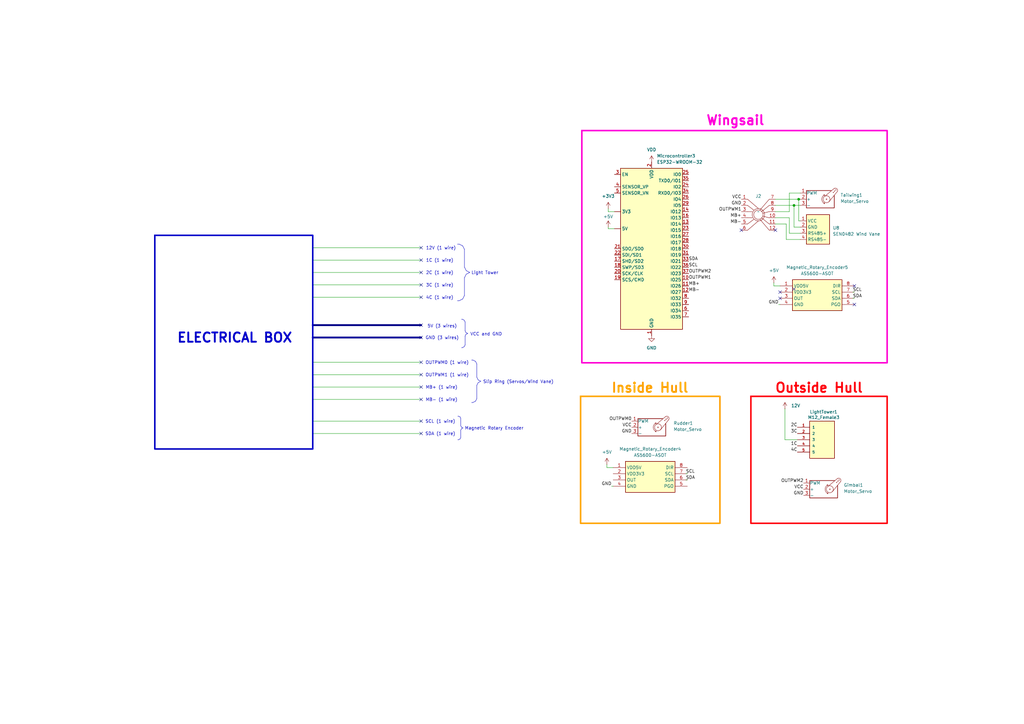
<source format=kicad_sch>
(kicad_sch (version 20250114) (generator "eeschema") (generator_version "9.0")
  (paper "A3")
  (title_block (title "Wires Going Out") (date "2025-04-02") (rev "1") (company "GT Marine Robotics Group"))
  (lib_symbols
    (symbol "AS5600-ASOT:AS5600-ASOT"
      (property "Reference" "IC" (at 26.67 7.62 0))
      (property "Value" "AS5600-ASOT" (at 26.67 5.08 0))
      (symbol "AS5600-ASOT_1_1"
        (rectangle (start 5.08 2.54) (end 25.4 -10.16) (stroke (width 0.254)) (fill (type background)))
        (pin passive line (at 0 0 0) (length 5.08) (name "VDD5V") (number "1"))
        (pin passive line (at 0 -2.54 0) (length 5.08) (name "VDD3V3") (number "2"))
        (pin passive line (at 0 -5.08 0) (length 5.08) (name "OUT") (number "3"))
        (pin passive line (at 0 -7.62 0) (length 5.08) (name "GND") (number "4"))
        (pin passive line (at 30.48 0 180) (length 5.08) (name "DIR") (number "8"))
        (pin passive line (at 30.48 -2.54 180) (length 5.08) (name "SCL") (number "7"))
        (pin passive line (at 30.48 -5.08 180) (length 5.08) (name "SDA") (number "6"))
        (pin passive line (at 30.48 -7.62 180) (length 5.08) (name "PGO") (number "5"))
      )
    )
    (symbol "CDM1204-05A-FP-F9-67:CDM1204-05A-FP-F9-67" (pin_names (offset 1.016))
      (property "Reference" "J" (at -5.072 8.382 0))
      (property "Value" "CDM1204-05A-FP-F9-67" (at -5.08 -8.382 0))
      (symbol "CDM1204-05A-FP-F9-67_0_0"
        (rectangle (start -5.08 -7.62) (end 5.08 7.62) (stroke (width 0.254)) (fill (type background)))
        (pin passive line (at -10.16 5.08 0) (length 5.08) (name "1") (number "1"))
        (pin passive line (at -10.16 2.54 0) (length 5.08) (name "2") (number "2"))
        (pin passive line (at -10.16 0 0) (length 5.08) (name "3") (number "3"))
        (pin passive line (at -10.16 -2.54 0) (length 5.08) (name "4") (number "4"))
        (pin passive line (at -10.16 -5.08 0) (length 5.08) (name "5") (number "5"))
      )
    )
    (symbol "ESP32-WROOM-32_1"
      (property "Reference" "U" (at -12.7 34.29 0))
      (property "Value" "ESP32-WROOM-32" (at 1.27 34.29 0))
      (symbol "ESP32-WROOM-32_1_0_1"
        (rectangle (start -12.7 33.02) (end 12.7 -33.02) (stroke (width 0.254)) (fill (type background)))
      )
      (symbol "ESP32-WROOM-32_1_1_1"
        (pin input line (at -15.24 30.48 0) (length 2.54) (name "EN") (number "3"))
        (pin input line (at -15.24 25.4 0) (length 2.54) (name "SENSOR_VP") (number "4"))
        (pin input line (at -15.24 22.86 0) (length 2.54) (name "SENSOR_VN") (number "5"))
        (pin power_out line (at -15.24 15.24 0) (length 2.54) (name "3V3") (number ""))
        (pin power_out line (at -15.24 8.255 0) (length 2.54) (name "5V") (number ""))
        (pin bidirectional line (at -15.24 0 0) (length 2.54) (name "SDO/SD0") (number "21"))
        (pin bidirectional line (at -15.24 -2.54 0) (length 2.54) (name "SDI/SD1") (number "22"))
        (pin bidirectional line (at -15.24 -5.08 0) (length 2.54) (name "SHD/SD2") (number "17"))
        (pin bidirectional line (at -15.24 -7.62 0) (length 2.54) (name "SWP/SD3") (number "18"))
        (pin bidirectional line (at -15.24 -10.16 0) (length 2.54) (name "SCK/CLK") (number "20"))
        (pin bidirectional line (at -15.24 -12.7 0) (length 2.54) (name "SCS/CMD") (number "19"))
        (pin no_connect line (at -12.7 -27.94 0) (length 2.54) (hide yes) (name "NC") (number "32"))
        (pin power_in line (at 0 35.56 270) (length 2.54) (name "VDD") (number "2"))
        (pin power_in line (at 0 -35.56 90) (length 2.54) (name "GND") (number "1"))
        (pin passive line (at 0 -35.56 90) (length 2.54) (hide yes) (name "GND") (number "15"))
        (pin passive line (at 0 -35.56 90) (length 2.54) (hide yes) (name "GND") (number "38"))
        (pin passive line (at 0 -35.56 90) (length 2.54) (hide yes) (name "GND") (number "39"))
        (pin bidirectional line (at 15.24 30.48 180) (length 2.54) (name "IO0") (number "25"))
        (pin bidirectional line (at 15.24 27.94 180) (length 2.54) (name "TXD0/IO1") (number "35"))
        (pin bidirectional line (at 15.24 25.4 180) (length 2.54) (name "IO2") (number "24"))
        (pin bidirectional line (at 15.24 22.86 180) (length 2.54) (name "RXD0/IO3") (number "34"))
        (pin bidirectional line (at 15.24 20.32 180) (length 2.54) (name "IO4") (number "26"))
        (pin bidirectional line (at 15.24 17.78 180) (length 2.54) (name "IO5") (number "29"))
        (pin bidirectional line (at 15.24 15.24 180) (length 2.54) (name "IO12") (number "14"))
        (pin bidirectional line (at 15.24 12.7 180) (length 2.54) (name "IO13") (number "16"))
        (pin bidirectional line (at 15.24 10.16 180) (length 2.54) (name "IO14") (number "13"))
        (pin bidirectional line (at 15.24 7.62 180) (length 2.54) (name "IO15") (number "23"))
        (pin bidirectional line (at 15.24 5.08 180) (length 2.54) (name "IO16") (number "27"))
        (pin bidirectional line (at 15.24 2.54 180) (length 2.54) (name "IO17") (number "28"))
        (pin bidirectional line (at 15.24 0 180) (length 2.54) (name "IO18") (number "30"))
        (pin bidirectional line (at 15.24 -2.54 180) (length 2.54) (name "IO19") (number "31"))
        (pin bidirectional line (at 15.24 -5.08 180) (length 2.54) (name "IO21") (number "33"))
        (pin bidirectional line (at 15.24 -7.62 180) (length 2.54) (name "IO22") (number "36"))
        (pin bidirectional line (at 15.24 -10.16 180) (length 2.54) (name "IO23") (number "37"))
        (pin bidirectional line (at 15.24 -12.7 180) (length 2.54) (name "IO25") (number "10"))
        (pin bidirectional line (at 15.24 -15.24 180) (length 2.54) (name "IO26") (number "11"))
        (pin bidirectional line (at 15.24 -17.78 180) (length 2.54) (name "IO27") (number "12"))
        (pin bidirectional line (at 15.24 -20.32 180) (length 2.54) (name "IO32") (number "8"))
        (pin bidirectional line (at 15.24 -22.86 180) (length 2.54) (name "IO33") (number "9"))
        (pin input line (at 15.24 -25.4 180) (length 2.54) (name "IO34") (number "6"))
        (pin input line (at 15.24 -27.94 180) (length 2.54) (name "IO35") (number "7"))
      )
    )
    (symbol "Microtransat:6-wire_Slip_Ring"
      (property "Reference" "J" (at 0 7.62 0))
      (symbol "6-wire_Slip_Ring_1_1"
        (polyline (pts (xy -4.445 6.35) (xy 0 2.54)))
        (polyline (pts (xy -4.445 3.81) (xy -1.905 1.905)))
        (polyline (pts (xy -4.445 1.27) (xy -2.54 1.27)))
        (polyline (pts (xy -4.445 -1.27) (xy -2.54 -1.27)))
        (polyline (pts (xy -4.445 -3.81) (xy -1.905 -1.905)))
        (polyline (pts (xy -4.445 -6.35) (xy 0 -2.54)))
        (circle (center 0 0) (radius 1.905))
        (circle (center 0 0) (radius 2.54))
        (polyline (pts (xy 4.445 6.35) (xy 0.635 1.905)))
        (polyline (pts (xy 4.445 3.81) (xy 1.27 1.27)))
        (polyline (pts (xy 4.445 1.27) (xy 1.905 0.635)))
        (polyline (pts (xy 4.445 -1.27) (xy 1.905 -0.635)))
        (polyline (pts (xy 4.445 -3.81) (xy 1.27 -1.27)))
        (polyline (pts (xy 4.445 -6.35) (xy 0.635 -1.905)))
        (pin passive line (at -6.985 6.35 0) (length 2.54) (name "") (number "1"))
        (pin passive line (at -6.985 3.81 0) (length 2.54) (name "") (number "2"))
        (pin passive line (at -6.985 1.27 0) (length 2.54) (name "") (number "3"))
        (pin passive line (at -6.985 -1.27 0) (length 2.54) (name "") (number "4"))
        (pin passive line (at -6.985 -3.81 0) (length 2.54) (name "") (number "5"))
        (pin passive line (at -6.985 -6.35 0) (length 2.54) (name "") (number "6"))
        (pin passive line (at 6.985 6.35 180) (length 2.54) (name "") (number "7"))
        (pin passive line (at 6.985 3.81 180) (length 2.54) (name "") (number "8"))
        (pin passive line (at 6.985 1.27 180) (length 2.54) (name "") (number "9"))
        (pin passive line (at 6.985 -1.27 180) (length 2.54) (name "") (number "10"))
        (pin passive line (at 6.985 -3.81 180) (length 2.54) (name "") (number "11"))
        (pin passive line (at 6.985 -6.35 180) (length 2.54) (name "") (number "12"))
      )
    )
    (symbol "Microtransat:SEN0482 Wind Vane"
      (property "Reference" "U" (at -1.905 -1.27 0))
      (property "Value" "SEN0482 Wind Vane" (at -0.635 -15.875 0))
      (symbol "SEN0482 Wind Vane_1_1"
        (rectangle (start -5.715 -2.54) (end 3.81 -14.605) (stroke (width 0.254)) (fill (type background)))
        (pin power_in line (at -8.255 -5.08 0) (length 2.54) (name "VCC") (number "1"))
        (pin power_in line (at -8.255 -7.62 0) (length 2.54) (name "GND") (number "2"))
        (pin bidirectional line (at -8.255 -10.16 0) (length 2.54) (name "RS485+") (number "3"))
        (pin bidirectional line (at -8.255 -12.7 0) (length 2.54) (name "RS485-") (number "4"))
      )
    )
    (symbol "Motor:Motor_Servo" (pin_names (offset 0.0254))
      (property "Reference" "M" (at -5.08 4.445 0))
      (property "Value" "Motor_Servo" (at -5.08 -4.064 0))
      (symbol "Motor_Servo_0_1"
        (polyline (pts (xy 2.413 1.778) (xy 1.905 1.778)))
        (polyline (pts (xy 2.413 1.778) (xy 2.286 1.397)))
        (polyline (pts (xy 2.413 -1.778) (xy 2.032 -1.778)))
        (polyline (pts (xy 2.413 -1.778) (xy 2.286 -1.397)))
        (arc (start 2.413 -1.778) (mid 1.2406 0) (end 2.413 1.778))
        (circle (center 3.175 0) (radius 0.1778))
        (circle (center 3.175 0) (radius 1.4224))
        (polyline (pts (xy 5.08 3.556) (xy -5.08 3.556) (xy -5.08 -3.556) (xy 6.35 -3.556) (xy 6.35 1.524)) (stroke (width 0.254)))
        (circle (center 5.969 2.794) (radius 0.127))
        (polyline (pts (xy 6.35 4.445) (xy 2.54 1.27)))
        (circle (center 6.477 3.302) (radius 0.127))
        (arc (start 6.35 4.445) (mid 7.4487 4.2737) (end 7.62 3.175))
        (circle (center 6.985 3.81) (radius 0.127))
        (polyline (pts (xy 7.62 3.175) (xy 4.191 -1.016)))
      )
      (symbol "Motor_Servo_1_1"
        (pin passive line (at -7.62 2.54 0) (length 2.54) (name "PWM") (number "1"))
        (pin passive line (at -7.62 0 0) (length 2.54) (name "+") (number "2"))
        (pin passive line (at -7.62 -2.54 0) (length 2.54) (name "-") (number "3"))
      )
    )
    (symbol "power:+12V" (power) (pin_numbers (hide yes)) (pin_names (offset 0) (hide yes))
      (property "Value" "+12V" (at 0 3.556 0))
      (symbol "+12V_0_1"
        (polyline (pts (xy -0.762 1.27) (xy 0 2.54)))
        (polyline (pts (xy 0 2.54) (xy 0.762 1.27)))
        (polyline (pts (xy 0 0) (xy 0 2.54)))
      )
      (symbol "+12V_1_1"
        (pin power_in line (at 0 0 90) (length 0) (name "~") (number "1"))
      )
    )
    (symbol "power:+3V3" (power) (pin_numbers (hide yes)) (pin_names (offset 0) (hide yes))
      (property "Value" "+3V3" (at 0 3.556 0))
      (symbol "+3V3_0_1"
        (polyline (pts (xy -0.762 1.27) (xy 0 2.54)))
        (polyline (pts (xy 0 2.54) (xy 0.762 1.27)))
        (polyline (pts (xy 0 0) (xy 0 2.54)))
      )
      (symbol "+3V3_1_1"
        (pin power_in line (at 0 0 90) (length 0) (name "~") (number "1"))
      )
    )
    (symbol "power:+5V" (power) (pin_numbers (hide yes)) (pin_names (offset 0) (hide yes))
      (property "Value" "+5V" (at 0 3.556 0))
      (symbol "+5V_0_1"
        (polyline (pts (xy -0.762 1.27) (xy 0 2.54)))
        (polyline (pts (xy 0 2.54) (xy 0.762 1.27)))
        (polyline (pts (xy 0 0) (xy 0 2.54)))
      )
      (symbol "+5V_1_1"
        (pin power_in line (at 0 0 90) (length 0) (name "~") (number "1"))
      )
    )
    (symbol "power:GND" (power) (pin_numbers (hide yes)) (pin_names (offset 0) (hide yes))
      (property "Value" "GND" (at 0 -3.81 0))
      (symbol "GND_0_1"
        (polyline (pts (xy 0 0) (xy 0 -1.27) (xy 1.27 -1.27) (xy 0 -2.54) (xy -1.27 -1.27) (xy 0 -1.27)))
      )
      (symbol "GND_1_1"
        (pin power_in line (at 0 0 270) (length 0) (name "~") (number "1"))
      )
    )
    (symbol "power:VDD" (power) (pin_numbers (hide yes)) (pin_names (offset 0) (hide yes))
      (property "Value" "VDD" (at 0 3.556 0))
      (symbol "VDD_0_1"
        (polyline (pts (xy -0.762 1.27) (xy 0 2.54)))
        (polyline (pts (xy 0 2.54) (xy 0.762 1.27)))
        (polyline (pts (xy 0 0) (xy 0 2.54)))
      )
      (symbol "VDD_1_1"
        (pin power_in line (at 0 0 90) (length 0) (name "~") (number "1"))
      )
    )
  )
  (rectangle (start 238.6446 53.5527) (end 363.855 148.8027) (stroke (width 0.635) (color 255 0 211 1)))
  (rectangle (start 63.5 96.52) (end 128.27 184.15) (stroke (width 0.635)))
  (rectangle (start 307.975 162.56) (end 363.855 214.63) (stroke (width 0.635) (color 255 0 8 1)))
  (rectangle (start 63.5 106.68) (end 63.5 106.68))
  (rectangle (start 238.125 162.56) (end 295.275 214.63) (stroke (width 0.635) (color 255 158 0 1)))
  (text "}" (at 190.754 136.398 0) (effects (font (size 7.62 7.62))))
  (text "5V (3 wires)" (at 181.356 133.858 0) (effects (font (size 1.27 1.27))))
  (text "Outside Hull" (at 335.915 159.258 0) (effects (font (size 3.81 3.81) (thickness 0.762) (bold yes))))
  (text "ELECTRICAL BOX" (at 96.266 138.684 0) (effects (font (size 3.81 3.81) (thickness 0.762) (bold yes))))
  (text "SDA (1 wire)" (at 180.594 178.054 0) (effects (font (size 1.27 1.27))))
  (text "GND (3 wires)" (at 181.356 138.684 0) (effects (font (size 1.27 1.27))))
  (text "4C (1 wire)\n" (at 180.34 122.174 0) (effects (font (size 1.27 1.27))))
  (text "OUTPWM0 (1 wire)" (at 183.388 148.844 0) (effects (font (size 1.27 1.27))))
  (text "Wingsail" (at 301.625 49.53 0) (effects (font (size 3.81 3.81) (thickness 0.762) (bold yes))))
  (text "VCC and GND" (at 199.39 137.16 0) (effects (font (size 1.27 1.27))))
  (text "3C (1 wire)\n" (at 180.34 117.094 0) (effects (font (size 1.27 1.27))))
  (text "MB+ (1 wire)" (at 181.102 159.004 0) (effects (font (size 1.27 1.27))))
  (text "2C (1 wire)\n" (at 180.34 112.014 0) (effects (font (size 1.27 1.27))))
  (text "MB- (1 wire)" (at 181.102 164.084 0) (effects (font (size 1.27 1.27))))
  (text "OUTPWM1 (1 wire)" (at 183.388 153.924 0) (effects (font (size 1.27 1.27))))
  (text "Magnetic Rotary Encoder\n" (at 202.692 175.768 0) (effects (font (size 1.27 1.27))))
  (text "}" (at 188.976 175.26 0) (effects (font (size 6.35 6.35))))
  (text "Inside Hull" (at 266.573 159.258 0) (effects (font (size 3.81 3.81) (thickness 0.762) (bold yes))))
  (text "SCL (1 wire)" (at 180.594 172.974 0) (effects (font (size 1.27 1.27))))
  (text "12V (1 wire)" (at 180.848 101.854 0) (effects (font (size 1.27 1.27))))
  (text "Slip Ring (Servos/Wind Vane)\n" (at 212.598 156.718 0) (effects (font (size 1.27 1.27))))
  (text "}\n" (at 195.58 155.702 0) (effects (font (size 11.43 11.43))))
  (text "Light Tower" (at 198.882 112.014 0) (effects (font (size 1.27 1.27))))
  (text "1C (1 wire)\n" (at 180.34 106.934 0) (effects (font (size 1.27 1.27))))
  (text "}" (at 190.5 110.744 0) (effects (font (size 15.24 15.24))))
  (junction (at 325.6609 84.2535))
  (junction (at 327.5659 81.7135))
  (no_connect (at 319.9459 122.3535))
  (no_connect (at 325.6609 118.5435))
  (no_connect (at 350.4259 124.8935))
  (no_connect (at 172.72 111.76))
  (no_connect (at 172.72 101.6))
  (no_connect (at 172.72 133.35))
  (no_connect (at 350.4259 117.2735))
  (no_connect (at 172.72 138.43))
  (no_connect (at 172.72 172.72))
  (no_connect (at 172.72 106.68))
  (no_connect (at 172.72 177.8))
  (no_connect (at 172.72 121.92))
  (no_connect (at 172.72 116.84))
  (no_connect (at 172.72 163.83))
  (no_connect (at 318.0409 94.4135))
  (no_connect (at 304.0709 94.4135))
  (no_connect (at 172.72 148.59))
  (no_connect (at 319.9459 119.8135))
  (no_connect (at 172.72 158.75))
  (no_connect (at 172.72 153.67))
  (wire (pts (xy 318.0409 86.7935) (xy 323.7559 86.7935)))
  (wire (pts (xy 322.4859 98.2235) (xy 328.2009 98.2235)))
  (wire (pts (xy 323.7559 95.6835) (xy 328.2009 95.6835)))
  (wire (pts (xy 248.92 191.77) (xy 251.46 191.77)))
  (wire (pts (xy 325.6609 93.1435) (xy 325.6609 84.2535)))
  (bus (pts (xy 128.27 133.35) (xy 172.72 133.35)) (stroke (width 0.762)))
  (wire (pts (xy 252.0009 93.7785) (xy 249.4609 93.7785)))
  (bus (pts (xy 128.27 138.43) (xy 172.72 138.43)) (stroke (width 0.762)))
  (wire (pts (xy 325.6609 84.2535) (xy 328.2009 84.2535)))
  (wire (pts (xy 327.5659 81.7135) (xy 327.5659 90.6035)))
  (wire (pts (xy 317.4059 116.0035) (xy 317.4059 117.2735)))
  (wire (pts (xy 128.27 177.8) (xy 172.72 177.8)))
  (wire (pts (xy 128.27 172.72) (xy 172.72 172.72)))
  (wire (pts (xy 323.7559 86.7935) (xy 323.7559 79.1735)))
  (wire (pts (xy 328.2009 93.1435) (xy 325.6609 93.1435)))
  (wire (pts (xy 128.27 153.67) (xy 172.72 153.67)))
  (wire (pts (xy 317.4059 117.2735) (xy 319.9459 117.2735)))
  (wire (pts (xy 249.4609 93.7785) (xy 249.4609 93.1435)))
  (wire (pts (xy 128.27 111.76) (xy 172.72 111.76)))
  (wire (pts (xy 321.945 180.34) (xy 327.025 180.34)))
  (wire (pts (xy 322.4859 91.8735) (xy 322.4859 98.2235)))
  (wire (pts (xy 128.27 116.84) (xy 172.72 116.84)))
  (wire (pts (xy 318.0409 84.2535) (xy 325.6609 84.2535)))
  (wire (pts (xy 128.27 163.83) (xy 172.72 163.83)))
  (wire (pts (xy 318.0409 81.7135) (xy 327.5659 81.7135)))
  (wire (pts (xy 318.0409 91.8735) (xy 322.4859 91.8735)))
  (wire (pts (xy 128.27 101.6) (xy 172.72 101.6)))
  (wire (pts (xy 128.27 121.92) (xy 172.72 121.92)))
  (wire (pts (xy 323.7559 89.3335) (xy 323.7559 95.6835)))
  (wire (pts (xy 327.5659 81.7135) (xy 328.2009 81.7135)))
  (wire (pts (xy 251.46 199.39) (xy 250.825 199.39)))
  (wire (pts (xy 350.4259 122.3535) (xy 349.7909 122.3535)))
  (wire (pts (xy 323.7559 79.1735) (xy 328.2009 79.1735)))
  (wire (pts (xy 318.0409 89.3335) (xy 323.7559 89.3335)))
  (wire (pts (xy 319.9459 124.8935) (xy 319.3109 124.8935)))
  (wire (pts (xy 321.945 167.64) (xy 321.945 180.34)))
  (wire (pts (xy 281.94 194.31) (xy 281.305 194.31)))
  (wire (pts (xy 249.4609 86.7935) (xy 252.0009 86.7935)))
  (wire (pts (xy 249.4609 86.7935) (xy 249.4609 85.5235)))
  (wire (pts (xy 281.94 196.85) (xy 281.305 196.85)))
  (wire (pts (xy 128.27 148.59) (xy 172.72 148.59)))
  (wire (pts (xy 248.92 190.5) (xy 248.92 191.77)))
  (wire (pts (xy 328.2009 90.6035) (xy 327.5659 90.6035)))
  (wire (pts (xy 128.27 106.68) (xy 172.72 106.68)))
  (wire (pts (xy 128.27 158.75) (xy 172.72 158.75)))
  (wire (pts (xy 350.4259 119.8135) (xy 349.7909 119.8135)))
  (label "VCC" (at 329.565 200.66 180))
  (label "SDA" (at 282.4809 107.1135 0))
  (label "OUTPWM2" (at 282.4809 112.1935 0))
  (label "OUTPWM2" (at 329.565 198.12 180))
  (label "GND" (at 319.3109 124.8935 180))
  (label "MB+" (at 282.4809 117.2735 0))
  (label "GND" (at 329.565 203.2 180))
  (label "MB-" (at 282.4809 119.8135 0))
  (label "VCC" (at 304.0709 81.7135 180))
  (label "GND" (at 259.08 177.8 180))
  (label "MB-" (at 304.0709 91.8735 180))
  (label "2C" (at 327.025 175.26 180))
  (label "SDA" (at 349.7909 122.3535 0))
  (label "OUTPWM1" (at 304.0709 86.7935 180))
  (label "GND" (at 250.825 199.39 180))
  (label "4C" (at 327.025 185.42 180))
  (label "SDA" (at 281.305 196.85 0))
  (label "SCL" (at 282.4809 109.6535 0))
  (label "SCL" (at 281.305 194.31 0))
  (label "3C" (at 327.025 177.8 180))
  (label "1C" (at 327.025 182.88 180))
  (label "MB+" (at 304.0709 89.3335 180))
  (label "GND" (at 304.0709 84.2535 180))
  (label "OUTPWM1" (at 282.4809 114.7335 0))
  (label "VCC" (at 259.08 175.26 180))
  (label "SCL" (at 349.7909 119.8135 0))
  (label "OUTPWM0" (at 259.08 172.72 180))
  (symbol (lib_id "AS5600-ASOT:AS5600-ASOT") (at 251.46 191.77 0) (unit 1)
    (property "Reference" "Magnetic_Rotary_Encoder4" (at 266.7 184.15 0))
    (property "Value" "AS5600-ASOT" (at 266.7 186.69 0))
    (property "Footprint" "SOIC127P600X175-8N" (effects (hide yes)))
    (property "Datasheet" "https://datasheet.datasheetarchive.com/originals/distributors/DKDS-11/214624.pdf" (effects (hide yes)))
    (property "Height" "1.75" (effects (hide yes)))
    (property "Manufacturer_Name" "ams OSRAM" (effects (hide yes)))
    (property "Manufacturer_Part_Number" "AS5600-ASOT" (effects (hide yes)))
    (property "Mouser Part Number" "985-AS5600-ASOT" (effects (hide yes)))
    (property "Mouser Price/Stock" "https://www.mouser.co.uk/ProductDetail/ams-OSRAM/AS5600-ASOT?qs=KTMMzrZdriGJpjhsnAEYBA%3D%3D" (effects (hide yes)))
    (property "Arrow Part Number" "AS5600-ASOT" (effects (hide yes)))
    (property "Arrow Price/Stock" "https://www.arrow.com/en/products/as5600-asot/ams-osram?region=nac" (effects (hide yes)))
  )
  (symbol (lib_id "power:GND") (at 267.2409 137.5935 0) (unit 1)
    (property "Reference" "#PWR037" (effects (hide yes)))
    (property "Value" "GND" (at 267.2409 142.6735 0))
    (property "Description" "Power symbol creates a global label with name \"GND\" , ground" (effects (hide yes)))
  )
  (symbol (lib_id "Motor:Motor_Servo") (at 335.8209 81.7135 0) (unit 1)
    (property "Reference" "Tailwing1" (at 344.7109 80.0103 0) (effects (justify left)))
    (property "Value" "Motor_Servo" (at 344.7109 82.5503 0) (effects (justify left)))
    (property "Datasheet" "http://forums.parallax.com/uploads/attachments/46831/74481.png" (effects (hide yes)))
  )
  (symbol (lib_id "Motor:Motor_Servo") (at 266.7 175.26 0) (unit 1)
    (property "Reference" "Rudder1" (at 276.225 173.5568 0) (effects (justify left)))
    (property "Value" "Motor_Servo" (at 276.225 176.0968 0) (effects (justify left)))
    (property "Datasheet" "http://forums.parallax.com/uploads/attachments/46831/74481.png" (effects (hide yes)))
  )
  (symbol (lib_id "Motor:Motor_Servo") (at 337.185 200.66 0) (unit 1)
    (property "Reference" "Gimbal1" (at 346.075 198.9568 0) (effects (justify left)))
    (property "Value" "Motor_Servo" (at 346.075 201.4968 0) (effects (justify left)))
    (property "Datasheet" "http://forums.parallax.com/uploads/attachments/46831/74481.png" (effects (hide yes)))
  )
  (symbol (lib_id "power:+5V") (at 249.4609 93.1435 0) (unit 1)
    (property "Reference" "#PWR035" (effects (hide yes)))
    (property "Value" "+5V" (at 249.4609 88.8255 0))
    (property "Description" "Power symbol creates a global label with name \"+5V\"" (effects (hide yes)))
  )
  (symbol (lib_name "ESP32-WROOM-32_1") (lib_id "Microtransat:ESP32-WROOM-32") (at 267.2409 102.0335 0) (unit 1)
    (property "Reference" "Microcontroller3" (at 269.435 63.9335 0) (effects (justify left)))
    (property "Value" "ESP32-WROOM-32" (at 269.435 66.4735 0) (effects (justify left)))
    (property "Footprint" "RF_Module:ESP32-WROOM-32" (effects (hide yes)))
    (property "Datasheet" "https://www.espressif.com/sites/default/files/documentation/esp32-wroom-32_datasheet_en.pdf" (effects (hide yes)))
  )
  (symbol (lib_id "Microtransat:SEN0482 Wind Vane") (at 336.4559 85.5235 0) (unit 1)
    (property "Reference" "U8" (at 341.5359 93.461 0) (effects (justify left)))
    (property "Value" "SEN0482 Wind Vane" (at 341.5359 96.001 0) (effects (justify left)))
  )
  (symbol (lib_id "AS5600-ASOT:AS5600-ASOT") (at 319.9459 117.2735 0) (unit 1)
    (property "Reference" "Magnetic_Rotary_Encoder5" (at 335.1859 109.6535 0))
    (property "Value" "AS5600-ASOT" (at 335.1859 112.1935 0))
    (property "Footprint" "SOIC127P600X175-8N" (effects (hide yes)))
    (property "Datasheet" "https://datasheet.datasheetarchive.com/originals/distributors/DKDS-11/214624.pdf" (effects (hide yes)))
    (property "Height" "1.75" (effects (hide yes)))
    (property "Manufacturer_Name" "ams OSRAM" (effects (hide yes)))
    (property "Manufacturer_Part_Number" "AS5600-ASOT" (effects (hide yes)))
    (property "Mouser Part Number" "985-AS5600-ASOT" (effects (hide yes)))
    (property "Mouser Price/Stock" "https://www.mouser.co.uk/ProductDetail/ams-OSRAM/AS5600-ASOT?qs=KTMMzrZdriGJpjhsnAEYBA%3D%3D" (effects (hide yes)))
    (property "Arrow Part Number" "AS5600-ASOT" (effects (hide yes)))
    (property "Arrow Price/Stock" "https://www.arrow.com/en/products/as5600-asot/ams-osram?region=nac" (effects (hide yes)))
  )
  (symbol (lib_id "power:+12V") (at 321.945 167.64 0) (unit 1)
    (property "Reference" "#PWR013" (effects (hide yes)))
    (property "Value" "12V" (at 324.485 166.3699 0) (effects (justify left)))
    (property "Description" "Power symbol creates a global label with name \"+12V\"" (effects (hide yes)))
  )
  (symbol (lib_id "power:+5V") (at 317.4059 116.0035 0) (unit 1)
    (property "Reference" "#PWR012" (effects (hide yes)))
    (property "Value" "+5V" (at 317.4059 110.9235 0))
    (property "Description" "Power symbol creates a global label with name \"+5V\"" (effects (hide yes)))
  )
  (symbol (lib_id "power:VDD") (at 267.2409 66.4735 0) (unit 1)
    (property "Reference" "#PWR036" (effects (hide yes)))
    (property "Value" "VDD" (at 267.2409 61.3935 0))
    (property "Description" "Power symbol creates a global label with name \"VDD\"" (effects (hide yes)))
  )
  (symbol (lib_id "power:+3V3") (at 249.4609 85.5235 0) (unit 1)
    (property "Reference" "#PWR034" (effects (hide yes)))
    (property "Value" "+3V3" (at 249.4609 80.4435 0))
    (property "Description" "Power symbol creates a global label with name \"+3V3\"" (effects (hide yes)))
  )
  (symbol (lib_id "Microtransat:6-wire_Slip_Ring") (at 311.0559 88.0635 0) (unit 1)
    (property "Reference" "J2" (at 311.0559 80.4435 0))
    (property "Value" "~" (at 311.0559 86.7935 0))
  )
  (symbol (lib_id "power:+5V") (at 248.92 190.5 0) (unit 1)
    (property "Reference" "#PWR033" (effects (hide yes)))
    (property "Value" "+5V" (at 248.92 185.42 0))
    (property "Description" "Power symbol creates a global label with name \"+5V\"" (effects (hide yes)))
  )
  (symbol (lib_id "CDM1204-05A-FP-F9-67:CDM1204-05A-FP-F9-67") (at 337.185 180.34 0) (unit 1)
    (property "Reference" "M12_Female3" (at 331.343 171.196 0) (effects (justify left)))
    (property "Value" "LightTower1" (at 332.105 168.91 0) (effects (justify left)))
    (property "Footprint" "CDM1204-05A-FP-F9-67:CUI_CDM1204-05A-FP-F9-67" (effects (hide yes)))
    (property "MF" "Same Sky" (effects (hide yes)))
    (property "MAXIMUM_PACKAGE_HEIGHT" "19.5 mm" (effects (hide yes)))
    (property "Package" "None" (effects (hide yes)))
    (property "Price" "None" (effects (hide yes)))
    (property "Check_prices" "https://www.snapeda.com/parts/CDM1204-05A-FP-F9-67/Same+Sky/view-part/?ref=eda" (effects (hide yes)))
    (property "STANDARD" "Manufacturer Recommendations" (effects (hide yes)))
    (property "PARTREV" "1.0" (effects (hide yes)))
    (property "SnapEDA_Link" "https://www.snapeda.com/parts/CDM1204-05A-FP-F9-67/Same+Sky/view-part/?ref=snap" (effects (hide yes)))
    (property "MP" "CDM1204-05A-FP-F9-67" (effects (hide yes)))
    (property "Description_1" "5 Pins, Panel Mount, Front Fastened PG9, A-Coding, Screw Copper Alloy, IP67, M12 Female Circular Connector Jack" (effects (hide yes)))
    (property "Availability" "In Stock" (effects (hide yes)))
    (property "MANUFACTURER" "CUI Devices" (effects (hide yes)))
  )
)
</source>
